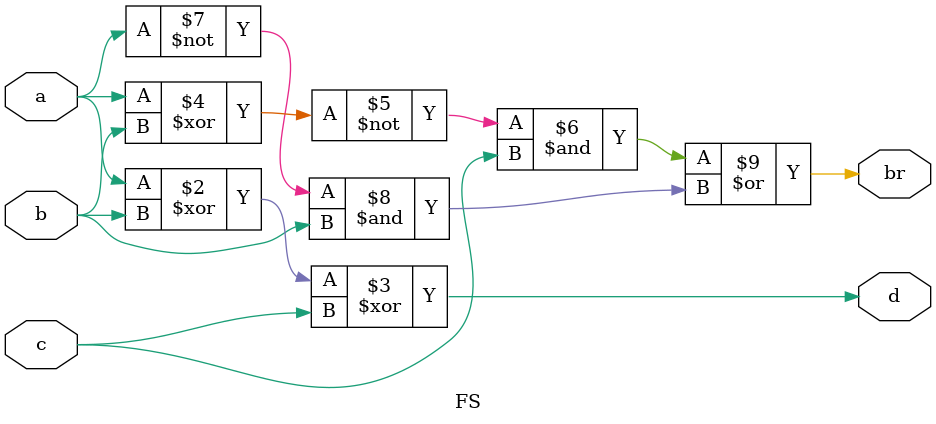
<source format=sv>
module FS(a,b,c,d,br);
  input a,b,c;
  output d,br;
  
  //structural
   
  /*
  wire w1,w2,w3,w4,w5;
  xor(w1,a,b);
  xor(d,w1,c);
  not(w2,w1);
  and(w3,w2,c);
  not(w4,a);
  and(w5,w4,b);
  or(br,w5,w3);
  */
  
  //Data Flow
  
  /*
  assign d = (a^b)^c;
  assign br = (~(a^b)&c)|(~a&b);
  */
  
  //Behavioral
  
  reg d,br;
  always @ (a or b or c)
    begin
      d = (a^b)^c;
      br = (~(a^b)&c)|(~a&b);
    end
  
endmodule
</source>
